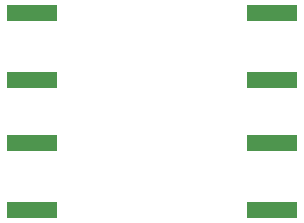
<source format=gbr>
G04 #@! TF.GenerationSoftware,KiCad,Pcbnew,(5.1.7)-1*
G04 #@! TF.CreationDate,2020-11-10T17:22:49+01:00*
G04 #@! TF.ProjectId,137_MHz_BPF_2nd_Order,3133375f-4d48-47a5-9f42-50465f326e64,rev?*
G04 #@! TF.SameCoordinates,Original*
G04 #@! TF.FileFunction,Paste,Bot*
G04 #@! TF.FilePolarity,Positive*
%FSLAX46Y46*%
G04 Gerber Fmt 4.6, Leading zero omitted, Abs format (unit mm)*
G04 Created by KiCad (PCBNEW (5.1.7)-1) date 2020-11-10 17:22:49*
%MOMM*%
%LPD*%
G01*
G04 APERTURE LIST*
%ADD10R,4.200000X1.350000*%
G04 APERTURE END LIST*
D10*
X33000000Y-60825000D03*
X33000000Y-55175000D03*
X53300000Y-60825000D03*
X53300000Y-55175000D03*
X33000000Y-66175000D03*
X33000000Y-71825000D03*
X53300000Y-66175000D03*
X53300000Y-71825000D03*
M02*

</source>
